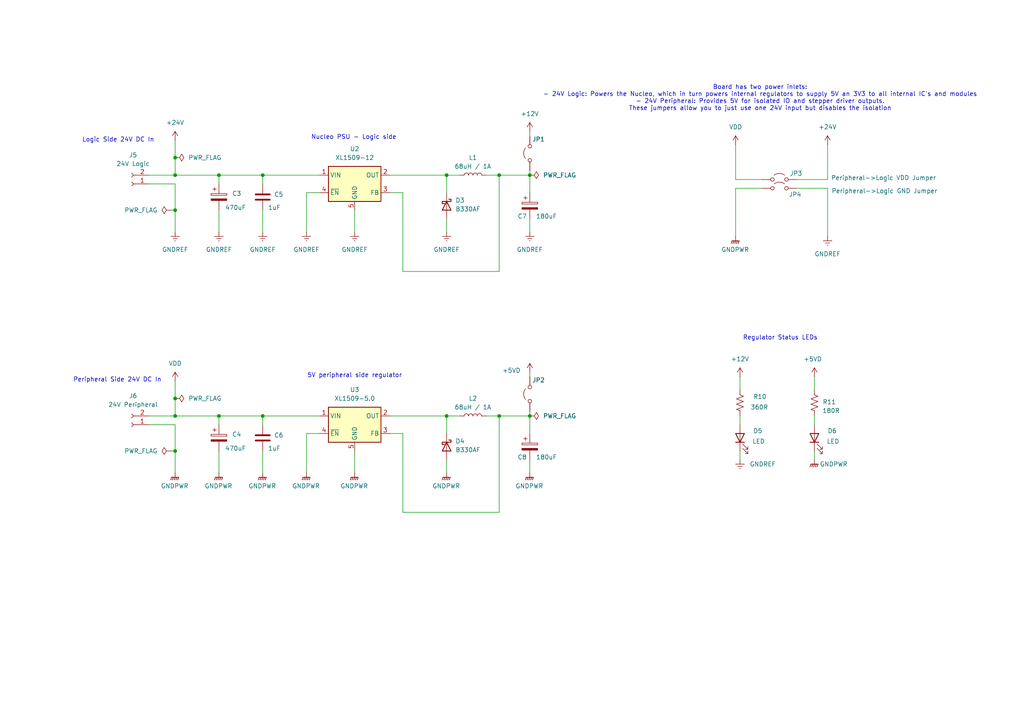
<source format=kicad_sch>
(kicad_sch (version 20250114) (generator "eeschema") (generator_version "9.0")
  (paper "A4")
  (lib_symbols
    (symbol "Connector:Conn_01x02_Socket" (pin_names (offset 1.016) (hide yes))
      (property "Reference" "J" (at 0 2.54 0))
      (property "Value" "Conn_01x02_Socket" (at 0 -5.08 0))
      (symbol "Conn_01x02_Socket_1_1"
        (polyline (pts (xy -1.27 0) (xy -0.508 0)) (stroke (width 0.1524)))
        (polyline (pts (xy -1.27 -2.54) (xy -0.508 -2.54)) (stroke (width 0.1524)))
        (arc (start 0 -0.508) (mid -0.5058 0) (end 0 0.508) (stroke (width 0.1524)))
        (arc (start 0 -3.048) (mid -0.5058 -2.54) (end 0 -2.032) (stroke (width 0.1524)))
        (pin passive line (at -5.08 0 0) (length 3.81) (name "Pin_1") (number "1"))
        (pin passive line (at -5.08 -2.54 0) (length 3.81) (name "Pin_2") (number "2"))
      )
    )
    (symbol "Device:C" (pin_numbers (hide yes)) (pin_names (offset 0.254))
      (property "Reference" "C" (at 0.635 2.54 0))
      (property "Value" "C" (at 0.635 -2.54 0))
      (symbol "C_0_1"
        (polyline (pts (xy -2.032 0.762) (xy 2.032 0.762)) (stroke (width 0.508)))
        (polyline (pts (xy -2.032 -0.762) (xy 2.032 -0.762)) (stroke (width 0.508)))
      )
      (symbol "C_1_1"
        (pin passive line (at 0 3.81 270) (length 2.794) (name "~") (number "1"))
        (pin passive line (at 0 -3.81 90) (length 2.794) (name "~") (number "2"))
      )
    )
    (symbol "Device:C_Polarized" (pin_numbers (hide yes)) (pin_names (offset 0.254))
      (property "Reference" "C" (at 0.635 2.54 0))
      (property "Value" "C_Polarized" (at 0.635 -2.54 0))
      (symbol "C_Polarized_0_1"
        (rectangle (start -2.286 0.508) (end 2.286 1.016))
        (polyline (pts (xy -1.778 2.286) (xy -0.762 2.286)))
        (polyline (pts (xy -1.27 2.794) (xy -1.27 1.778)))
        (rectangle (start 2.286 -0.508) (end -2.286 -1.016) (fill (type outline)))
      )
      (symbol "C_Polarized_1_1"
        (pin passive line (at 0 3.81 270) (length 2.794) (name "~") (number "1"))
        (pin passive line (at 0 -3.81 90) (length 2.794) (name "~") (number "2"))
      )
    )
    (symbol "Device:D_Schottky" (pin_numbers (hide yes)) (pin_names (offset 1.016) (hide yes))
      (property "Reference" "D" (at 0 2.54 0))
      (property "Value" "D_Schottky" (at 0 -2.54 0))
      (symbol "D_Schottky_0_1"
        (polyline (pts (xy -1.905 0.635) (xy -1.905 1.27) (xy -1.27 1.27) (xy -1.27 -1.27) (xy -0.635 -1.27) (xy -0.635 -0.635)) (stroke (width 0.254)))
        (polyline (pts (xy 1.27 1.27) (xy 1.27 -1.27) (xy -1.27 0) (xy 1.27 1.27)) (stroke (width 0.254)))
        (polyline (pts (xy 1.27 0) (xy -1.27 0)))
      )
      (symbol "D_Schottky_1_1"
        (pin passive line (at -3.81 0 0) (length 2.54) (name "K") (number "1"))
        (pin passive line (at 3.81 0 180) (length 2.54) (name "A") (number "2"))
      )
    )
    (symbol "Device:L" (pin_numbers (hide yes)) (pin_names (offset 1.016) (hide yes))
      (property "Reference" "L" (at -1.27 0 90))
      (property "Value" "L" (at 1.905 0 90))
      (symbol "L_0_1"
        (arc (start 0 2.54) (mid 0.6323 1.905) (end 0 1.27))
        (arc (start 0 1.27) (mid 0.6323 0.635) (end 0 0))
        (arc (start 0 0) (mid 0.6323 -0.635) (end 0 -1.27))
        (arc (start 0 -1.27) (mid 0.6323 -1.905) (end 0 -2.54))
      )
      (symbol "L_1_1"
        (pin passive line (at 0 3.81 270) (length 1.27) (name "1") (number "1"))
        (pin passive line (at 0 -3.81 90) (length 1.27) (name "2") (number "2"))
      )
    )
    (symbol "Device:LED" (pin_numbers (hide yes)) (pin_names (offset 1.016) (hide yes))
      (property "Reference" "D" (at 0 2.54 0))
      (property "Value" "LED" (at 0 -2.54 0))
      (symbol "LED_0_1"
        (polyline (pts (xy -3.048 -0.762) (xy -4.572 -2.286) (xy -3.81 -2.286) (xy -4.572 -2.286) (xy -4.572 -1.524)))
        (polyline (pts (xy -1.778 -0.762) (xy -3.302 -2.286) (xy -2.54 -2.286) (xy -3.302 -2.286) (xy -3.302 -1.524)))
        (polyline (pts (xy -1.27 0) (xy 1.27 0)))
        (polyline (pts (xy -1.27 -1.27) (xy -1.27 1.27)) (stroke (width 0.254)))
        (polyline (pts (xy 1.27 -1.27) (xy 1.27 1.27) (xy -1.27 0) (xy 1.27 -1.27)) (stroke (width 0.254)))
      )
      (symbol "LED_1_1"
        (pin passive line (at -3.81 0 0) (length 2.54) (name "K") (number "1"))
        (pin passive line (at 3.81 0 180) (length 2.54) (name "A") (number "2"))
      )
    )
    (symbol "Device:R_US" (pin_numbers (hide yes)) (pin_names (offset 0))
      (property "Reference" "R" (at 2.54 0 90))
      (property "Value" "R_US" (at -2.54 0 90))
      (symbol "R_US_0_1"
        (polyline (pts (xy 0 2.286) (xy 0 2.54)))
        (polyline (pts (xy 0 2.286) (xy 1.016 1.905) (xy 0 1.524) (xy -1.016 1.143) (xy 0 0.762)))
        (polyline (pts (xy 0 0.762) (xy 1.016 0.381) (xy 0 0) (xy -1.016 -0.381) (xy 0 -0.762)))
        (polyline (pts (xy 0 -0.762) (xy 1.016 -1.143) (xy 0 -1.524) (xy -1.016 -1.905) (xy 0 -2.286)))
        (polyline (pts (xy 0 -2.286) (xy 0 -2.54)))
      )
      (symbol "R_US_1_1"
        (pin passive line (at 0 3.81 270) (length 1.27) (name "~") (number "1"))
        (pin passive line (at 0 -3.81 90) (length 1.27) (name "~") (number "2"))
      )
    )
    (symbol "Jumper:Jumper_2_Open" (pin_numbers (hide yes)) (pin_names (offset 0) (hide yes))
      (property "Reference" "JP" (at 0 2.794 0))
      (property "Value" "Jumper_2_Open" (at 0 -2.286 0))
      (symbol "Jumper_2_Open_0_0"
        (circle (center -2.032 0) (radius 0.508))
        (circle (center 2.032 0) (radius 0.508))
      )
      (symbol "Jumper_2_Open_0_1"
        (arc (start -1.524 1.27) (mid 0 1.778) (end 1.524 1.27))
      )
      (symbol "Jumper_2_Open_1_1"
        (pin passive line (at -5.08 0 0) (length 2.54) (name "A") (number "1"))
        (pin passive line (at 5.08 0 180) (length 2.54) (name "B") (number "2"))
      )
    )
    (symbol "Regulator_Switching:XL1509-12"
      (property "Reference" "U" (at -7.112 6.096 0))
      (property "Value" "XL1509-12" (at 5.842 6.096 0))
      (symbol "XL1509-12_0_1"
        (rectangle (start -7.62 5.08) (end 7.62 -5.08) (stroke (width 0.254)) (fill (type background)))
      )
      (symbol "XL1509-12_1_1"
        (pin power_in line (at -10.16 2.54 0) (length 2.54) (name "VIN") (number "1"))
        (pin input line (at -10.16 -2.54 0) (length 2.54) (name "~{EN}") (number "4"))
        (pin power_in line (at 0 -7.62 90) (length 2.54) (name "GND") (number "5"))
        (pin passive line (at 0 -7.62 90) (length 2.54) (hide yes) (name "GND") (number "6"))
        (pin passive line (at 0 -7.62 90) (length 2.54) (hide yes) (name "GND") (number "7"))
        (pin passive line (at 0 -7.62 90) (length 2.54) (hide yes) (name "GND") (number "8"))
        (pin power_out line (at 10.16 2.54 180) (length 2.54) (name "OUT") (number "2"))
        (pin input line (at 10.16 -2.54 180) (length 2.54) (name "FB") (number "3"))
      )
    )
    (symbol "Regulator_Switching:XL1509-5.0"
      (property "Reference" "U" (at -7.112 6.096 0))
      (property "Value" "XL1509-5.0" (at 5.842 6.096 0))
      (symbol "XL1509-5.0_0_1"
        (rectangle (start -7.62 5.08) (end 7.62 -5.08) (stroke (width 0.254)) (fill (type background)))
      )
      (symbol "XL1509-5.0_1_1"
        (pin power_in line (at -10.16 2.54 0) (length 2.54) (name "VIN") (number "1"))
        (pin input line (at -10.16 -2.54 0) (length 2.54) (name "~{EN}") (number "4"))
        (pin power_in line (at 0 -7.62 90) (length 2.54) (name "GND") (number "5"))
        (pin passive line (at 0 -7.62 90) (length 2.54) (hide yes) (name "GND") (number "6"))
        (pin passive line (at 0 -7.62 90) (length 2.54) (hide yes) (name "GND") (number "7"))
        (pin passive line (at 0 -7.62 90) (length 2.54) (hide yes) (name "GND") (number "8"))
        (pin power_out line (at 10.16 2.54 180) (length 2.54) (name "OUT") (number "2"))
        (pin input line (at 10.16 -2.54 180) (length 2.54) (name "FB") (number "3"))
      )
    )
    (symbol "power:+12V" (power) (pin_numbers (hide yes)) (pin_names (offset 0) (hide yes))
      (property "Value" "+12V" (at 0 3.556 0))
      (symbol "+12V_0_1"
        (polyline (pts (xy -0.762 1.27) (xy 0 2.54)))
        (polyline (pts (xy 0 2.54) (xy 0.762 1.27)))
        (polyline (pts (xy 0 0) (xy 0 2.54)))
      )
      (symbol "+12V_1_1"
        (pin power_in line (at 0 0 90) (length 0) (name "~") (number "1"))
      )
    )
    (symbol "power:+24V" (power) (pin_numbers (hide yes)) (pin_names (offset 0) (hide yes))
      (property "Value" "+24V" (at 0 3.556 0))
      (symbol "+24V_0_1"
        (polyline (pts (xy -0.762 1.27) (xy 0 2.54)))
        (polyline (pts (xy 0 2.54) (xy 0.762 1.27)))
        (polyline (pts (xy 0 0) (xy 0 2.54)))
      )
      (symbol "+24V_1_1"
        (pin power_in line (at 0 0 90) (length 0) (name "~") (number "1"))
      )
    )
    (symbol "power:+5VD" (power) (pin_numbers (hide yes)) (pin_names (offset 0) (hide yes))
      (property "Value" "+5VD" (at 0 3.556 0))
      (symbol "+5VD_0_1"
        (polyline (pts (xy -0.762 1.27) (xy 0 2.54)))
        (polyline (pts (xy 0 2.54) (xy 0.762 1.27)))
        (polyline (pts (xy 0 0) (xy 0 2.54)))
      )
      (symbol "+5VD_1_1"
        (pin power_in line (at 0 0 90) (length 0) (name "~") (number "1"))
      )
    )
    (symbol "power:GNDPWR" (power) (pin_numbers (hide yes)) (pin_names (offset 0) (hide yes))
      (property "Value" "GNDPWR" (at 0 -3.302 0))
      (symbol "GNDPWR_0_1"
        (polyline (pts (xy -1.016 -1.27) (xy -1.27 -2.032) (xy -1.27 -2.032)) (stroke (width 0.2032)))
        (polyline (pts (xy -0.508 -1.27) (xy -0.762 -2.032) (xy -0.762 -2.032)) (stroke (width 0.2032)))
        (polyline (pts (xy 0 -1.27) (xy 0 0)))
        (polyline (pts (xy 0 -1.27) (xy -0.254 -2.032) (xy -0.254 -2.032)) (stroke (width 0.2032)))
        (polyline (pts (xy 0.508 -1.27) (xy 0.254 -2.032) (xy 0.254 -2.032)) (stroke (width 0.2032)))
        (polyline (pts (xy 1.016 -1.27) (xy -1.016 -1.27) (xy -1.016 -1.27)) (stroke (width 0.2032)))
        (polyline (pts (xy 1.016 -1.27) (xy 0.762 -2.032) (xy 0.762 -2.032) (xy 0.762 -2.032)) (stroke (width 0.2032)))
      )
      (symbol "GNDPWR_1_1"
        (pin power_in line (at 0 0 270) (length 0) (name "~") (number "1"))
      )
    )
    (symbol "power:GNDREF" (power) (pin_numbers (hide yes)) (pin_names (offset 0) (hide yes))
      (property "Value" "GNDREF" (at 0 -3.81 0))
      (symbol "GNDREF_0_1"
        (polyline (pts (xy -0.635 -1.905) (xy 0.635 -1.905)))
        (polyline (pts (xy -0.127 -2.54) (xy 0.127 -2.54)))
        (polyline (pts (xy 0 -1.27) (xy 0 0)))
        (polyline (pts (xy 1.27 -1.27) (xy -1.27 -1.27)))
      )
      (symbol "GNDREF_1_1"
        (pin power_in line (at 0 0 270) (length 0) (name "~") (number "1"))
      )
    )
    (symbol "power:PWR_FLAG" (power) (pin_numbers (hide yes)) (pin_names (offset 0) (hide yes))
      (property "Value" "PWR_FLAG" (at 0 3.81 0))
      (symbol "PWR_FLAG_0_0"
        (pin power_out line (at 0 0 90) (length 0) (name "~") (number "1"))
      )
      (symbol "PWR_FLAG_0_1"
        (polyline (pts (xy 0 0) (xy 0 1.27) (xy -1.016 1.905) (xy 0 2.54) (xy 1.016 1.905) (xy 0 1.27)))
      )
    )
    (symbol "power:VDD" (power) (pin_numbers (hide yes)) (pin_names (offset 0) (hide yes))
      (property "Value" "VDD" (at 0 3.556 0))
      (symbol "VDD_0_1"
        (polyline (pts (xy -0.762 1.27) (xy 0 2.54)))
        (polyline (pts (xy 0 2.54) (xy 0.762 1.27)))
        (polyline (pts (xy 0 0) (xy 0 2.54)))
      )
      (symbol "VDD_1_1"
        (pin power_in line (at 0 0 90) (length 0) (name "~") (number "1"))
      )
    )
  )
  (text "Board has two power inlets:\n- 24V Logic: Powers the Nucleo, which in turn powers internal regulators to supply 5V an 3V3 to all internal IC's and modules\n- 24V Peripheral: Provides 5V for isolated IO and stepper driver outputs.\nThese jumpers allow you to just use one 24V input but disables the isolation" (at 220.472 28.448 0) (effects (font (size 1.27 1.27))))
  (text "5V peripheral side regulator" (at 102.87 108.966 0) (effects (font (size 1.27 1.27))))
  (text "Nucleo PSU - Logic side\n\n" (at 102.616 40.894 0) (effects (font (size 1.27 1.27))))
  (text "Logic Side 24V DC In\n" (at 34.29 40.64 0) (effects (font (size 1.27 1.27))))
  (text "Peripheral Side 24V DC In\n" (at 34.036 110.236 0) (effects (font (size 1.27 1.27))))
  (text "Regulator Status LEDs\n" (at 226.314 98.044 0) (effects (font (size 1.27 1.27))))
  (junction (at 76.2 50.8))
  (junction (at 129.54 120.65))
  (junction (at 63.5 120.65))
  (junction (at 50.8 120.65))
  (junction (at 153.67 50.8))
  (junction (at 153.67 120.65))
  (junction (at 144.78 50.8))
  (junction (at 50.8 45.72))
  (junction (at 50.8 115.57))
  (junction (at 63.5 50.8))
  (junction (at 144.78 120.65))
  (junction (at 50.8 50.8))
  (junction (at 76.2 120.65))
  (junction (at 129.54 50.8))
  (junction (at 50.8 130.81))
  (junction (at 50.8 60.96))
  (wire (pts (xy 240.03 54.61) (xy 231.14 54.61)))
  (wire (pts (xy 76.2 130.81) (xy 76.2 137.16)))
  (wire (pts (xy 144.78 50.8) (xy 144.78 78.74)))
  (wire (pts (xy 50.8 130.81) (xy 49.53 130.81)))
  (wire (pts (xy 153.67 120.65) (xy 153.67 125.73)))
  (wire (pts (xy 144.78 50.8) (xy 153.67 50.8)))
  (wire (pts (xy 88.9 55.88) (xy 92.71 55.88)))
  (wire (pts (xy 50.8 130.81) (xy 50.8 137.16)))
  (wire (pts (xy 43.18 120.65) (xy 50.8 120.65)))
  (wire (pts (xy 50.8 50.8) (xy 63.5 50.8)))
  (wire (pts (xy 50.8 53.34) (xy 50.8 60.96)))
  (wire (pts (xy 113.03 50.8) (xy 129.54 50.8)))
  (wire (pts (xy 102.87 60.96) (xy 102.87 67.31)))
  (wire (pts (xy 88.9 125.73) (xy 92.71 125.73)))
  (wire (pts (xy 153.67 107.95) (xy 153.67 109.22)))
  (wire (pts (xy 76.2 50.8) (xy 92.71 50.8)))
  (wire (pts (xy 43.18 123.19) (xy 50.8 123.19)))
  (wire (pts (xy 240.03 41.91) (xy 240.03 52.07)))
  (wire (pts (xy 63.5 60.96) (xy 63.5 67.31)))
  (wire (pts (xy 113.03 125.73) (xy 116.84 125.73)))
  (wire (pts (xy 50.8 120.65) (xy 63.5 120.65)))
  (wire (pts (xy 113.03 55.88) (xy 116.84 55.88)))
  (wire (pts (xy 50.8 123.19) (xy 50.8 130.81)))
  (wire (pts (xy 214.63 109.22) (xy 214.63 113.03)))
  (wire (pts (xy 153.67 119.38) (xy 153.67 120.65)))
  (wire (pts (xy 76.2 120.65) (xy 76.2 123.19)))
  (wire (pts (xy 63.5 120.65) (xy 63.5 123.19)))
  (wire (pts (xy 116.84 55.88) (xy 116.84 78.74)))
  (wire (pts (xy 153.67 50.8) (xy 153.67 55.88)))
  (wire (pts (xy 116.84 125.73) (xy 116.84 148.59)))
  (wire (pts (xy 129.54 50.8) (xy 133.35 50.8)))
  (wire (pts (xy 129.54 133.35) (xy 129.54 137.16)))
  (wire (pts (xy 144.78 120.65) (xy 153.67 120.65)))
  (wire (pts (xy 43.18 53.34) (xy 50.8 53.34)))
  (wire (pts (xy 213.36 54.61) (xy 213.36 68.58)))
  (wire (pts (xy 76.2 50.8) (xy 76.2 53.34)))
  (wire (pts (xy 140.97 50.8) (xy 144.78 50.8)))
  (wire (pts (xy 153.67 133.35) (xy 153.67 137.16)))
  (wire (pts (xy 129.54 50.8) (xy 129.54 55.88)))
  (wire (pts (xy 214.63 130.81) (xy 214.63 133.35)))
  (wire (pts (xy 214.63 120.65) (xy 214.63 123.19)))
  (wire (pts (xy 88.9 125.73) (xy 88.9 137.16)))
  (wire (pts (xy 43.18 50.8) (xy 50.8 50.8)))
  (wire (pts (xy 153.67 38.1) (xy 153.67 39.37)))
  (wire (pts (xy 129.54 63.5) (xy 129.54 67.31)))
  (wire (pts (xy 76.2 120.65) (xy 92.71 120.65)))
  (wire (pts (xy 213.36 54.61) (xy 220.98 54.61)))
  (wire (pts (xy 88.9 55.88) (xy 88.9 67.31)))
  (wire (pts (xy 213.36 52.07) (xy 220.98 52.07)))
  (wire (pts (xy 140.97 120.65) (xy 144.78 120.65)))
  (wire (pts (xy 144.78 120.65) (xy 144.78 148.59)))
  (wire (pts (xy 116.84 148.59) (xy 144.78 148.59)))
  (wire (pts (xy 236.22 130.81) (xy 236.22 133.35)))
  (wire (pts (xy 236.22 109.22) (xy 236.22 113.03)))
  (wire (pts (xy 231.14 52.07) (xy 240.03 52.07)))
  (wire (pts (xy 76.2 60.96) (xy 76.2 67.31)))
  (wire (pts (xy 63.5 120.65) (xy 76.2 120.65)))
  (wire (pts (xy 240.03 68.58) (xy 240.03 54.61)))
  (wire (pts (xy 50.8 60.96) (xy 50.8 67.31)))
  (wire (pts (xy 50.8 45.72) (xy 50.8 50.8)))
  (wire (pts (xy 50.8 40.64) (xy 50.8 45.72)))
  (wire (pts (xy 63.5 50.8) (xy 76.2 50.8)))
  (wire (pts (xy 129.54 120.65) (xy 133.35 120.65)))
  (wire (pts (xy 63.5 130.81) (xy 63.5 137.16)))
  (wire (pts (xy 213.36 41.91) (xy 213.36 52.07)))
  (wire (pts (xy 102.87 130.81) (xy 102.87 137.16)))
  (wire (pts (xy 49.53 60.96) (xy 50.8 60.96)))
  (wire (pts (xy 113.03 120.65) (xy 129.54 120.65)))
  (wire (pts (xy 153.67 49.53) (xy 153.67 50.8)))
  (wire (pts (xy 236.22 120.65) (xy 236.22 123.19)))
  (wire (pts (xy 116.84 78.74) (xy 144.78 78.74)))
  (wire (pts (xy 50.8 110.49) (xy 50.8 115.57)))
  (wire (pts (xy 63.5 50.8) (xy 63.5 53.34)))
  (wire (pts (xy 153.67 63.5) (xy 153.67 67.31)))
  (wire (pts (xy 50.8 115.57) (xy 50.8 120.65)))
  (wire (pts (xy 129.54 120.65) (xy 129.54 125.73)))
  (symbol (lib_id "power:+24V") (at 50.8 40.64 0) (unit 1)
    (property "Reference" "#PWR034" (effects (hide yes)))
    (property "Value" "+24V" (at 50.8 35.56 0))
    (property "Description" "Power symbol creates a global label with name \"+24V\"" (effects (hide yes)))
  )
  (symbol (lib_id "power:GNDPWR") (at 102.87 137.16 0) (unit 1)
    (property "Reference" "#PWR045" (effects (hide yes)))
    (property "Value" "GNDPWR" (at 102.743 140.97 0))
    (property "Description" "Power symbol creates a global label with name \"GNDPWR\" , global ground" (effects (hide yes)))
  )
  (symbol (lib_id "power:GNDPWR") (at 50.8 137.16 0) (unit 1)
    (property "Reference" "#PWR037" (effects (hide yes)))
    (property "Value" "GNDPWR" (at 50.673 140.97 0))
    (property "Description" "Power symbol creates a global label with name \"GNDPWR\" , global ground" (effects (hide yes)))
  )
  (symbol (lib_id "power:GNDPWR") (at 236.22 133.35 0) (unit 1) (on_board no)
    (property "Reference" "#PWR057" (effects (hide yes)))
    (property "Value" "GNDPWR" (at 241.808 134.62 0))
    (property "Description" "Power symbol creates a global label with name \"GNDPWR\" , global ground" (effects (hide yes)))
  )
  (symbol (lib_id "Connector:Conn_01x02_Socket") (at 38.1 53.34 180) (unit 1)
    (property "Reference" "J5" (at 38.608 44.958 0))
    (property "Value" "24V Logic" (at 38.608 47.498 0))
    (property "Footprint" "EBWA_02_A:ADAMTECH_EBWA-02-A" (effects (hide yes)))
    (property "Description" "Generic connector, single row, 01x02, script generated" (effects (hide yes)))
    (property "Digikey Part Number" "1818-QT02ADP83V0000G-ND" (effects (hide yes)))
    (property "Digikey URL" "https://www.digikey.com.au/en/products/detail/amphenol-anytek/QT02ADP83V0000G/25618889" (effects (hide yes)))
  )
  (symbol (lib_id "power:+12V") (at 214.63 109.22 0) (unit 1)
    (property "Reference" "#PWR054" (effects (hide yes)))
    (property "Value" "+12V" (at 214.63 104.14 0))
    (property "Description" "Power symbol creates a global label with name \"+12V\"" (effects (hide yes)))
  )
  (symbol (lib_id "Device:C") (at 76.2 57.15 0) (unit 1)
    (property "Reference" "C5" (at 79.502 56.388 0) (effects (justify left)))
    (property "Value" "1uF" (at 77.724 60.198 0) (effects (justify left)))
    (property "Footprint" "Capacitor_SMD:C_1206_3216Metric_Pad1.33x1.80mm_HandSolder" (effects (hide yes)))
    (property "Description" "Unpolarized capacitor" (effects (hide yes)))
    (property "Digikey Part Number" "1276-1068-1-ND" (effects (hide yes)))
    (property "Digikey URL" "https://www.digikey.com.au/en/products/detail/samsung-electro-mechanics/CL31B105KBHNNNE/3886726" (effects (hide yes)))
  )
  (symbol (lib_id "power:GNDPWR") (at 153.67 137.16 0) (unit 1)
    (property "Reference" "#PWR051" (effects (hide yes)))
    (property "Value" "GNDPWR" (at 153.543 140.97 0))
    (property "Description" "Power symbol creates a global label with name \"GNDPWR\" , global ground" (effects (hide yes)))
  )
  (symbol (lib_id "power:+5VD") (at 153.67 107.95 0) (unit 1)
    (property "Reference" "#PWR050" (effects (hide yes)))
    (property "Value" "+5VD" (at 148.336 107.442 0))
    (property "Description" "Power symbol creates a global label with name \"+5VD\"" (effects (hide yes)))
  )
  (symbol (lib_id "power:GNDREF") (at 129.54 67.31 0) (unit 1)
    (property "Reference" "#PWR046" (effects (hide yes)))
    (property "Value" "GNDREF" (at 129.54 72.39 0))
    (property "Description" "Power symbol creates a global label with name \"GNDREF\" , reference supply ground" (effects (hide yes)))
  )
  (symbol (lib_id "Device:D_Schottky") (at 129.54 129.54 270) (unit 1)
    (property "Reference" "D4" (at 132.08 127.9524 90) (effects (justify left)))
    (property "Value" "B330AF" (at 132.08 130.4924 90) (effects (justify left)))
    (property "Footprint" "Diode_SMD:D_SMA" (effects (hide yes)))
    (property "Description" "Schottky diode" (effects (hide yes)))
    (property "Digikey Part Number" "B330AF-13DICT-ND" (effects (hide yes)))
    (property "Digikey URL" "https://www.digikey.com.au/en/products/detail/diodes-incorporated/B330AF-13/7666776" (effects (hide yes)))
  )
  (symbol (lib_id "Device:C") (at 76.2 127 0) (unit 1)
    (property "Reference" "C6" (at 79.502 126.238 0) (effects (justify left)))
    (property "Value" "1uF" (at 77.724 130.048 0) (effects (justify left)))
    (property "Footprint" "Capacitor_SMD:C_1206_3216Metric_Pad1.33x1.80mm_HandSolder" (effects (hide yes)))
    (property "Description" "Unpolarized capacitor" (effects (hide yes)))
    (property "Digikey Part Number" "1276-1068-1-ND" (effects (hide yes)))
    (property "Digikey URL" "https://www.digikey.com.au/en/products/detail/samsung-electro-mechanics/CL31B105KBHNNNE/3886726" (effects (hide yes)))
  )
  (symbol (lib_id "power:GNDREF") (at 76.2 67.31 0) (unit 1)
    (property "Reference" "#PWR040" (effects (hide yes)))
    (property "Value" "GNDREF" (at 76.2 72.39 0))
    (property "Description" "Power symbol creates a global label with name \"GNDREF\" , reference supply ground" (effects (hide yes)))
  )
  (symbol (lib_id "power:GNDPWR") (at 63.5 137.16 0) (unit 1)
    (property "Reference" "#PWR039" (effects (hide yes)))
    (property "Value" "GNDPWR" (at 63.373 140.97 0))
    (property "Description" "Power symbol creates a global label with name \"GNDPWR\" , global ground" (effects (hide yes)))
  )
  (symbol (lib_id "Device:C_Polarized") (at 153.67 59.69 0) (unit 1)
    (property "Reference" "C7" (at 150.114 62.738 0) (effects (justify left)))
    (property "Value" "180uF" (at 155.448 62.738 0) (effects (justify left)))
    (property "Footprint" "Capacitor_THT:CP_Radial_D6.3mm_P2.50mm" (effects (hide yes)))
    (property "Description" "Polarized capacitor" (effects (hide yes)))
    (property "Digikey Part Number" "732-8633-1-ND" (effects (hide yes)))
    (property "Digikey URL" "https://www.digikey.com.au/en/products/detail/w%C3%BCrth-elektronik/860010473010/5726881" (effects (hide yes)))
  )
  (symbol (lib_id "power:GNDREF") (at 240.03 68.58 0) (unit 1)
    (property "Reference" "#PWR059" (effects (hide yes)))
    (property "Value" "GNDREF" (at 240.03 73.66 0))
    (property "Description" "Power symbol creates a global label with name \"GNDREF\" , reference supply ground" (effects (hide yes)))
  )
  (symbol (lib_id "Device:C_Polarized") (at 153.67 129.54 0) (unit 1)
    (property "Reference" "C8" (at 150.114 132.588 0) (effects (justify left)))
    (property "Value" "180uF" (at 155.448 132.588 0) (effects (justify left)))
    (property "Footprint" "Capacitor_THT:CP_Radial_D6.3mm_P2.50mm" (effects (hide yes)))
    (property "Description" "Polarized capacitor" (effects (hide yes)))
    (property "Digikey Part Number" "732-8633-1-ND" (effects (hide yes)))
    (property "Digikey URL" "https://www.digikey.com.au/en/products/detail/w%C3%BCrth-elektronik/860010473010/5726881" (effects (hide yes)))
  )
  (symbol (lib_id "Device:C_Polarized") (at 63.5 127 0) (unit 1)
    (property "Reference" "C4" (at 67.31 125.984 0) (effects (justify left)))
    (property "Value" "470uF" (at 65.278 130.048 0) (effects (justify left)))
    (property "Footprint" "Capacitor_THT:CP_Radial_D8.0mm_P3.50mm" (effects (hide yes)))
    (property "Description" "Polarized capacitor" (effects (hide yes)))
    (property "Digikey Part Number" "493-12789-1-ND" (effects (hide yes)))
    (property "Digikey URL" "https://www.digikey.com.au/en/products/detail/nichicon/UVR1H471MHD1TO/1978711" (effects (hide yes)))
  )
  (symbol (lib_id "power:PWR_FLAG") (at 50.8 45.72 270) (unit 1)
    (property "Reference" "#FLG06" (effects (hide yes)))
    (property "Value" "PWR_FLAG" (at 54.61 45.7199 90) (effects (justify left)))
    (property "Description" "Special symbol for telling ERC where power comes from" (effects (hide yes)))
  )
  (symbol (lib_id "Device:L") (at 137.16 120.65 90) (unit 1)
    (property "Reference" "L2" (at 137.16 115.57 90))
    (property "Value" "68uH / 1A" (at 137.16 118.11 90))
    (property "Footprint" "Inductor_SMD:L_APV_ANR8040" (effects (hide yes)))
    (property "Description" "Inductor" (effects (hide yes)))
    (property "Digikey Part Number" "SDE0805A-680KCT-ND" (effects (hide yes)))
    (property "Digikey URL" "https://www.digikey.com.au/en/products/detail/bourns-inc/SDE0805A-680K/5030909" (effects (hide yes)))
  )
  (symbol (lib_id "power:PWR_FLAG") (at 49.53 60.96 90) (unit 1)
    (property "Reference" "#FLG04" (effects (hide yes)))
    (property "Value" "PWR_FLAG" (at 45.72 60.9601 90) (effects (justify left)))
    (property "Description" "Special symbol for telling ERC where power comes from" (effects (hide yes)))
  )
  (symbol (lib_id "Jumper:Jumper_2_Open") (at 226.06 54.61 0) (unit 1) (in_bom no)
    (property "Reference" "JP4" (at 230.632 56.388 0))
    (property "Value" "Peripheral->Logic GND Jumper" (at 256.54 55.372 0))
    (property "Footprint" "Jumper:SolderJumper-2_P1.3mm_Open_RoundedPad1.0x1.5mm" (effects (hide yes)))
    (property "Description" "Jumper, 2-pole, open" (effects (hide yes)))
    (property "Digikey Part Number" "N/A" (effects (hide yes)))
    (property "Digikey URL" "N/A" (effects (hide yes)))
  )
  (symbol (lib_id "power:GNDPWR") (at 88.9 137.16 0) (unit 1)
    (property "Reference" "#PWR043" (effects (hide yes)))
    (property "Value" "GNDPWR" (at 88.773 140.97 0))
    (property "Description" "Power symbol creates a global label with name \"GNDPWR\" , global ground" (effects (hide yes)))
  )
  (symbol (lib_id "Device:LED") (at 236.22 127 90) (unit 1)
    (property "Reference" "D6" (at 240.03 124.968 90) (effects (justify right)))
    (property "Value" "LED" (at 239.776 128.016 90) (effects (justify right)))
    (property "Footprint" "Diode_SMD:D_1206_3216Metric_Pad1.42x1.75mm_HandSolder" (effects (hide yes)))
    (property "Description" "Light emitting diode" (effects (hide yes)))
    (property "Sim.Pins" "1=K 2=A" (effects (hide yes)))
    (property "Digikey Part Number" "3147-B1501USD-20D000313U1930CT-ND " (effects (hide yes)))
    (property "Digikey URL" "https://www.digikey.com.au/en/products/detail/harvatek-corporation/B1501USD-20D000313U1930/24635249 " (effects (hide yes)))
  )
  (symbol (lib_id "power:GNDREF") (at 102.87 67.31 0) (unit 1)
    (property "Reference" "#PWR044" (effects (hide yes)))
    (property "Value" "GNDREF" (at 102.87 72.39 0))
    (property "Description" "Power symbol creates a global label with name \"GNDREF\" , reference supply ground" (effects (hide yes)))
  )
  (symbol (lib_id "Jumper:Jumper_2_Open") (at 226.06 52.07 0) (unit 1) (in_bom no)
    (property "Reference" "JP3" (at 230.886 50.292 0))
    (property "Value" "Peripheral->Logic VDD Jumper" (at 256.286 51.562 0))
    (property "Footprint" "Jumper:SolderJumper-2_P1.3mm_Open_RoundedPad1.0x1.5mm" (effects (hide yes)))
    (property "Description" "Jumper, 2-pole, open" (effects (hide yes)))
    (property "Digikey Part Number" "N/A" (effects (hide yes)))
    (property "Digikey URL" "N/A" (effects (hide yes)))
  )
  (symbol (lib_id "Device:L") (at 137.16 50.8 90) (unit 1)
    (property "Reference" "L1" (at 137.16 45.72 90))
    (property "Value" "68uH / 1A" (at 137.16 48.26 90))
    (property "Footprint" "Inductor_SMD:L_APV_ANR8040" (effects (hide yes)))
    (property "Description" "Inductor" (effects (hide yes)))
    (property "Digikey Part Number" "SDE0805A-680KCT-ND" (effects (hide yes)))
    (property "Digikey URL" "https://www.digikey.com.au/en/products/detail/bourns-inc/SDE0805A-680K/5030909" (effects (hide yes)))
  )
  (symbol (lib_id "power:PWR_FLAG") (at 153.67 50.8 270) (unit 1)
    (property "Reference" "#FLG08" (effects (hide yes)))
    (property "Value" "PWR_FLAG" (at 157.48 50.7999 90) (effects (justify left)))
    (property "Description" "Special symbol for telling ERC where power comes from" (effects (hide yes)))
  )
  (symbol (lib_id "Device:R_US") (at 236.22 116.84 0) (unit 1)
    (property "Reference" "R11" (at 240.538 116.586 0))
    (property "Value" "180R" (at 241.046 119.126 0))
    (property "Footprint" "Resistor_SMD:R_1206_3216Metric_Pad1.30x1.75mm_HandSolder" (effects (hide yes)))
    (property "Description" "Resistor, US symbol" (effects (hide yes)))
    (property "Digikey Part Number" "311-180FRCT-ND" (effects (hide yes)))
    (property "Digikey URL" "https://www.digikey.com.au/en/products/detail/yageo/RC1206FR-07180RL/728597" (effects (hide yes)))
  )
  (symbol (lib_id "Jumper:Jumper_2_Open") (at 153.67 114.3 90) (unit 1) (in_bom no)
    (property "Reference" "JP2" (at 156.21 110.236 90))
    (property "Value" "Peripheral->Logic VDD Jumper" (effects (hide yes)))
    (property "Footprint" "Jumper:SolderJumper-2_P1.3mm_Bridged2Bar_RoundedPad1.0x1.5mm" (effects (hide yes)))
    (property "Description" "Jumper, 2-pole, open" (effects (hide yes)))
    (property "Digikey Part Number" "N/A" (effects (hide yes)))
    (property "Digikey URL" "N/A" (effects (hide yes)))
  )
  (symbol (lib_id "Device:LED") (at 214.63 127 90) (unit 1)
    (property "Reference" "D5" (at 218.44 124.968 90) (effects (justify right)))
    (property "Value" "LED" (at 218.186 128.016 90) (effects (justify right)))
    (property "Footprint" "Diode_SMD:D_1206_3216Metric_Pad1.42x1.75mm_HandSolder" (effects (hide yes)))
    (property "Description" "Light emitting diode" (effects (hide yes)))
    (property "Sim.Pins" "1=K 2=A" (effects (hide yes)))
    (property "Digikey Part Number" "3147-B1501USD-20D000313U1930CT-ND " (effects (hide yes)))
    (property "Digikey URL" "https://www.digikey.com.au/en/products/detail/harvatek-corporation/B1501USD-20D000313U1930/24635249 " (effects (hide yes)))
  )
  (symbol (lib_id "power:+12V") (at 153.67 38.1 0) (unit 1)
    (property "Reference" "#PWR048" (effects (hide yes)))
    (property "Value" "+12V" (at 153.67 33.02 0))
    (property "Description" "Power symbol creates a global label with name \"+12V\"" (effects (hide yes)))
  )
  (symbol (lib_id "power:GNDPWR") (at 76.2 137.16 0) (unit 1)
    (property "Reference" "#PWR041" (effects (hide yes)))
    (property "Value" "GNDPWR" (at 76.073 140.97 0))
    (property "Description" "Power symbol creates a global label with name \"GNDPWR\" , global ground" (effects (hide yes)))
  )
  (symbol (lib_id "power:GNDREF") (at 63.5 67.31 0) (unit 1)
    (property "Reference" "#PWR038" (effects (hide yes)))
    (property "Value" "GNDREF" (at 63.5 72.39 0))
    (property "Description" "Power symbol creates a global label with name \"GNDREF\" , reference supply ground" (effects (hide yes)))
  )
  (symbol (lib_id "power:GNDREF") (at 88.9 67.31 0) (unit 1)
    (property "Reference" "#PWR042" (effects (hide yes)))
    (property "Value" "GNDREF" (at 88.9 72.39 0))
    (property "Description" "Power symbol creates a global label with name \"GNDREF\" , reference supply ground" (effects (hide yes)))
  )
  (symbol (lib_id "power:PWR_FLAG") (at 50.8 115.57 270) (unit 1)
    (property "Reference" "#FLG07" (effects (hide yes)))
    (property "Value" "PWR_FLAG" (at 54.61 115.5699 90) (effects (justify left)))
    (property "Description" "Special symbol for telling ERC where power comes from" (effects (hide yes)))
  )
  (symbol (lib_id "power:VDD") (at 50.8 110.49 0) (unit 1)
    (property "Reference" "#PWR036" (effects (hide yes)))
    (property "Value" "VDD" (at 50.8 105.41 0))
    (property "Description" "Power symbol creates a global label with name \"VDD\"" (effects (hide yes)))
  )
  (symbol (lib_id "power:PWR_FLAG") (at 49.53 130.81 90) (unit 1)
    (property "Reference" "#FLG05" (effects (hide yes)))
    (property "Value" "PWR_FLAG" (at 45.72 130.8101 90) (effects (justify left)))
    (property "Description" "Special symbol for telling ERC where power comes from" (effects (hide yes)))
  )
  (symbol (lib_id "power:+24V") (at 240.03 41.91 0) (unit 1)
    (property "Reference" "#PWR058" (effects (hide yes)))
    (property "Value" "+24V" (at 240.03 36.83 0))
    (property "Description" "Power symbol creates a global label with name \"+24V\"" (effects (hide yes)))
  )
  (symbol (lib_id "Regulator_Switching:XL1509-12") (at 102.87 53.34 0) (unit 1)
    (property "Reference" "U2" (at 102.87 43.18 0))
    (property "Value" "XL1509-12" (at 102.87 45.72 0))
    (property "Footprint" "Package_SO:SOIC-8_3.9x4.9mm_P1.27mm" (effects (hide yes)))
    (property "Datasheet" "https://datasheet.lcsc.com/lcsc/1809050422_XLSEMI-XL1509-5-0E1_C61063.pdf" (effects (hide yes)))
    (property "Description" "Buck DC/DC Converter, 2A, 12V Output Voltage, 15-40V Input Voltage" (effects (hide yes)))
    (property "Digikey Part Number" "4518-XL1509-12CT-ND" (effects (hide yes)))
    (property "Digikey URL" "https://www.digikey.com.au/en/products/detail/umw/xl1509-12/24889489" (effects (hide yes)))
  )
  (symbol (lib_id "power:GNDPWR") (at 213.36 68.58 0) (unit 1)
    (property "Reference" "#PWR053" (effects (hide yes)))
    (property "Value" "GNDPWR" (at 213.233 72.39 0))
    (property "Description" "Power symbol creates a global label with name \"GNDPWR\" , global ground" (effects (hide yes)))
  )
  (symbol (lib_id "power:GNDPWR") (at 129.54 137.16 0) (unit 1)
    (property "Reference" "#PWR047" (effects (hide yes)))
    (property "Value" "GNDPWR" (at 129.413 140.97 0))
    (property "Description" "Power symbol creates a global label with name \"GNDPWR\" , global ground" (effects (hide yes)))
  )
  (symbol (lib_id "power:GNDREF") (at 214.63 133.35 0) (unit 1) (on_board no)
    (property "Reference" "#PWR055" (effects (hide yes)))
    (property "Value" "GNDREF" (at 221.234 134.62 0))
    (property "Description" "Power symbol creates a global label with name \"GNDREF\" , reference supply ground" (effects (hide yes)))
  )
  (symbol (lib_id "Regulator_Switching:XL1509-5.0") (at 102.87 123.19 0) (unit 1)
    (property "Reference" "U3" (at 102.87 113.03 0))
    (property "Value" "XL1509-5.0" (at 102.87 115.57 0))
    (property "Footprint" "Package_SO:SOIC-8_3.9x4.9mm_P1.27mm" (effects (hide yes)))
    (property "Datasheet" "https://datasheet.lcsc.com/lcsc/1809050422_XLSEMI-XL1509-5-0E1_C61063.pdf" (effects (hide yes)))
    (property "Description" "Buck DC/DC Converter, 2A, 5V Output Voltage, 7-40V Input Voltage" (effects (hide yes)))
    (property "Digikey Part Number" "4518-XL1509-5.0CT-ND" (effects (hide yes)))
    (property "Digikey URL" "https://www.digikey.com.au/en/products/detail/umw/XL1509-5-0/24889446" (effects (hide yes)))
  )
  (symbol (lib_id "Device:D_Schottky") (at 129.54 59.69 270) (unit 1)
    (property "Reference" "D3" (at 132.08 58.1024 90) (effects (justify left)))
    (property "Value" "B330AF" (at 132.08 60.6424 90) (effects (justify left)))
    (property "Footprint" "Diode_SMD:D_SMA" (effects (hide yes)))
    (property "Description" "Schottky diode" (effects (hide yes)))
    (property "Digikey Part Number" "B330AF-13DICT-ND" (effects (hide yes)))
    (property "Digikey URL" "https://www.digikey.com.au/en/products/detail/diodes-incorporated/B330AF-13/7666776" (effects (hide yes)))
  )
  (symbol (lib_id "Jumper:Jumper_2_Open") (at 153.67 44.45 90) (unit 1) (in_bom no)
    (property "Reference" "JP1" (at 156.21 40.386 90))
    (property "Value" "Peripheral->Logic VDD Jumper" (effects (hide yes)))
    (property "Footprint" "Jumper:SolderJumper-2_P1.3mm_Bridged2Bar_RoundedPad1.0x1.5mm" (effects (hide yes)))
    (property "Description" "Jumper, 2-pole, open" (effects (hide yes)))
    (property "Digikey Part Number" "N/A" (effects (hide yes)))
    (property "Digikey URL" "N/A" (effects (hide yes)))
  )
  (symbol (lib_id "Device:C_Polarized") (at 63.5 57.15 0) (unit 1)
    (property "Reference" "C3" (at 67.31 56.134 0) (effects (justify left)))
    (property "Value" "470uF" (at 65.278 60.198 0) (effects (justify left)))
    (property "Footprint" "Capacitor_THT:CP_Radial_D8.0mm_P3.50mm" (effects (hide yes)))
    (property "Description" "Polarized capacitor" (effects (hide yes)))
    (property "Digikey Part Number" "493-12789-1-ND" (effects (hide yes)))
    (property "Digikey URL" "https://www.digikey.com.au/en/products/detail/nichicon/UVR1H471MHD1TO/1978711" (effects (hide yes)))
  )
  (symbol (lib_id "Device:R_US") (at 214.63 116.84 0) (unit 1)
    (property "Reference" "R10" (at 218.44 115.062 0) (effects (justify left)))
    (property "Value" "360R" (at 217.678 118.11 0) (effects (justify left)))
    (property "Footprint" "Resistor_SMD:R_1206_3216Metric_Pad1.30x1.75mm_HandSolder" (effects (hide yes)))
    (property "Description" "Resistor, US symbol" (effects (hide yes)))
    (property "Digikey Part Number" "RMCF1206JT360RCT-ND" (effects (hide yes)))
    (property "Digikey URL" "https://www.digikey.com.au/en/products/detail/stackpole-electronics-inc/RMCF1206JT360R/1753824" (effects (hide yes)))
  )
  (symbol (lib_id "power:+5VD") (at 236.22 109.22 0) (unit 1) (on_board no)
    (property "Reference" "#PWR056" (effects (hide yes)))
    (property "Value" "+5VD" (at 235.712 104.14 0))
    (property "Description" "Power symbol creates a global label with name \"+5VD\"" (effects (hide yes)))
  )
  (symbol (lib_id "Connector:Conn_01x02_Socket") (at 38.1 123.19 180) (unit 1)
    (property "Reference" "J6" (at 38.608 114.808 0))
    (property "Value" "24V Peripheral" (at 38.608 117.348 0))
    (property "Footprint" "EBWA_02_A:ADAMTECH_EBWA-02-A" (effects (hide yes)))
    (property "Description" "Generic connector, single row, 01x02, script generated" (effects (hide yes)))
    (property "Digikey Part Number" "1818-QT02ADP83V0000G-ND" (effects (hide yes)))
    (property "Digikey URL" "https://www.digikey.com.au/en/products/detail/amphenol-anytek/QT02ADP83V0000G/25618889" (effects (hide yes)))
  )
  (symbol (lib_id "power:GNDREF") (at 153.67 67.31 0) (unit 1)
    (property "Reference" "#PWR049" (effects (hide yes)))
    (property "Value" "GNDREF" (at 153.67 72.39 0))
    (property "Description" "Power symbol creates a global label with name \"GNDREF\" , reference supply ground" (effects (hide yes)))
  )
  (symbol (lib_id "power:GNDREF") (at 50.8 67.31 0) (unit 1)
    (property "Reference" "#PWR035" (effects (hide yes)))
    (property "Value" "GNDREF" (at 50.8 72.39 0))
    (property "Description" "Power symbol creates a global label with name \"GNDREF\" , reference supply ground" (effects (hide yes)))
  )
  (symbol (lib_id "power:PWR_FLAG") (at 153.67 120.65 270) (unit 1)
    (property "Reference" "#FLG09" (effects (hide yes)))
    (property "Value" "PWR_FLAG" (at 157.48 120.6499 90) (effects (justify left)))
    (property "Description" "Special symbol for telling ERC where power comes from" (effects (hide yes)))
  )
  (symbol (lib_id "power:VDD") (at 213.36 41.91 0) (unit 1)
    (property "Reference" "#PWR052" (effects (hide yes)))
    (property "Value" "VDD" (at 213.36 36.83 0))
    (property "Description" "Power symbol creates a global label with name \"VDD\"" (effects (hide yes)))
  )
)
</source>
